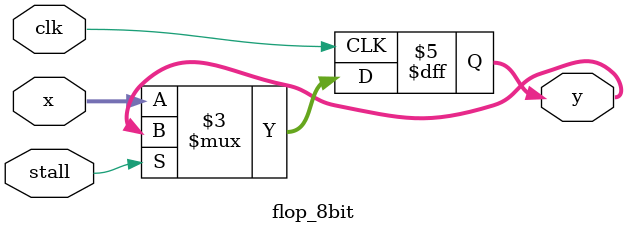
<source format=v>
module flop_8bit(stall, x, y,clk);
input stall,clk;
input [7:0] x;
output reg [7:0]y;

always @(posedge clk)begin
if(stall)
y<=y;
else
y<=x;

end
endmodule

</source>
